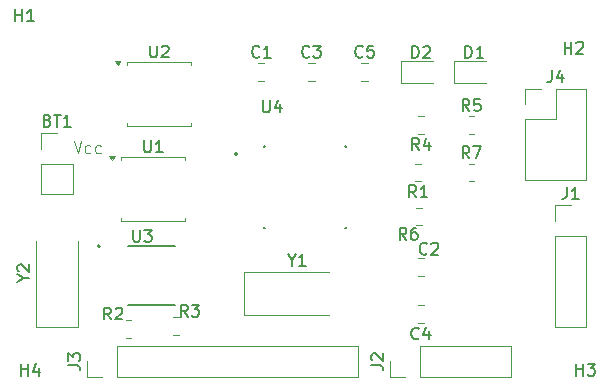
<source format=gbr>
%TF.GenerationSoftware,KiCad,Pcbnew,8.0.1*%
%TF.CreationDate,2024-05-14T10:30:11-07:00*%
%TF.ProjectId,mcu-datalogger,6d63752d-6461-4746-916c-6f676765722e,v0.1*%
%TF.SameCoordinates,Original*%
%TF.FileFunction,Legend,Top*%
%TF.FilePolarity,Positive*%
%FSLAX46Y46*%
G04 Gerber Fmt 4.6, Leading zero omitted, Abs format (unit mm)*
G04 Created by KiCad (PCBNEW 8.0.1) date 2024-05-14 10:30:11*
%MOMM*%
%LPD*%
G01*
G04 APERTURE LIST*
%ADD10C,0.100000*%
%ADD11C,0.150000*%
%ADD12C,0.120000*%
%ADD13C,0.127000*%
%ADD14C,0.200000*%
G04 APERTURE END LIST*
D10*
X62661027Y-75372419D02*
X62994360Y-76372419D01*
X62994360Y-76372419D02*
X63327693Y-75372419D01*
X64089598Y-76324800D02*
X63994360Y-76372419D01*
X63994360Y-76372419D02*
X63803884Y-76372419D01*
X63803884Y-76372419D02*
X63708646Y-76324800D01*
X63708646Y-76324800D02*
X63661027Y-76277180D01*
X63661027Y-76277180D02*
X63613408Y-76181942D01*
X63613408Y-76181942D02*
X63613408Y-75896228D01*
X63613408Y-75896228D02*
X63661027Y-75800990D01*
X63661027Y-75800990D02*
X63708646Y-75753371D01*
X63708646Y-75753371D02*
X63803884Y-75705752D01*
X63803884Y-75705752D02*
X63994360Y-75705752D01*
X63994360Y-75705752D02*
X64089598Y-75753371D01*
X64946741Y-76324800D02*
X64851503Y-76372419D01*
X64851503Y-76372419D02*
X64661027Y-76372419D01*
X64661027Y-76372419D02*
X64565789Y-76324800D01*
X64565789Y-76324800D02*
X64518170Y-76277180D01*
X64518170Y-76277180D02*
X64470551Y-76181942D01*
X64470551Y-76181942D02*
X64470551Y-75896228D01*
X64470551Y-75896228D02*
X64518170Y-75800990D01*
X64518170Y-75800990D02*
X64565789Y-75753371D01*
X64565789Y-75753371D02*
X64661027Y-75705752D01*
X64661027Y-75705752D02*
X64851503Y-75705752D01*
X64851503Y-75705752D02*
X64946741Y-75753371D01*
D11*
X57738095Y-65204819D02*
X57738095Y-64204819D01*
X57738095Y-64681009D02*
X58309523Y-64681009D01*
X58309523Y-65204819D02*
X58309523Y-64204819D01*
X59309523Y-65204819D02*
X58738095Y-65204819D01*
X59023809Y-65204819D02*
X59023809Y-64204819D01*
X59023809Y-64204819D02*
X58928571Y-64347676D01*
X58928571Y-64347676D02*
X58833333Y-64442914D01*
X58833333Y-64442914D02*
X58738095Y-64490533D01*
X96170833Y-72804819D02*
X95837500Y-72328628D01*
X95599405Y-72804819D02*
X95599405Y-71804819D01*
X95599405Y-71804819D02*
X95980357Y-71804819D01*
X95980357Y-71804819D02*
X96075595Y-71852438D01*
X96075595Y-71852438D02*
X96123214Y-71900057D01*
X96123214Y-71900057D02*
X96170833Y-71995295D01*
X96170833Y-71995295D02*
X96170833Y-72138152D01*
X96170833Y-72138152D02*
X96123214Y-72233390D01*
X96123214Y-72233390D02*
X96075595Y-72281009D01*
X96075595Y-72281009D02*
X95980357Y-72328628D01*
X95980357Y-72328628D02*
X95599405Y-72328628D01*
X97075595Y-71804819D02*
X96599405Y-71804819D01*
X96599405Y-71804819D02*
X96551786Y-72281009D01*
X96551786Y-72281009D02*
X96599405Y-72233390D01*
X96599405Y-72233390D02*
X96694643Y-72185771D01*
X96694643Y-72185771D02*
X96932738Y-72185771D01*
X96932738Y-72185771D02*
X97027976Y-72233390D01*
X97027976Y-72233390D02*
X97075595Y-72281009D01*
X97075595Y-72281009D02*
X97123214Y-72376247D01*
X97123214Y-72376247D02*
X97123214Y-72614342D01*
X97123214Y-72614342D02*
X97075595Y-72709580D01*
X97075595Y-72709580D02*
X97027976Y-72757200D01*
X97027976Y-72757200D02*
X96932738Y-72804819D01*
X96932738Y-72804819D02*
X96694643Y-72804819D01*
X96694643Y-72804819D02*
X96599405Y-72757200D01*
X96599405Y-72757200D02*
X96551786Y-72709580D01*
X92583333Y-84859580D02*
X92535714Y-84907200D01*
X92535714Y-84907200D02*
X92392857Y-84954819D01*
X92392857Y-84954819D02*
X92297619Y-84954819D01*
X92297619Y-84954819D02*
X92154762Y-84907200D01*
X92154762Y-84907200D02*
X92059524Y-84811961D01*
X92059524Y-84811961D02*
X92011905Y-84716723D01*
X92011905Y-84716723D02*
X91964286Y-84526247D01*
X91964286Y-84526247D02*
X91964286Y-84383390D01*
X91964286Y-84383390D02*
X92011905Y-84192914D01*
X92011905Y-84192914D02*
X92059524Y-84097676D01*
X92059524Y-84097676D02*
X92154762Y-84002438D01*
X92154762Y-84002438D02*
X92297619Y-83954819D01*
X92297619Y-83954819D02*
X92392857Y-83954819D01*
X92392857Y-83954819D02*
X92535714Y-84002438D01*
X92535714Y-84002438D02*
X92583333Y-84050057D01*
X92964286Y-84050057D02*
X93011905Y-84002438D01*
X93011905Y-84002438D02*
X93107143Y-83954819D01*
X93107143Y-83954819D02*
X93345238Y-83954819D01*
X93345238Y-83954819D02*
X93440476Y-84002438D01*
X93440476Y-84002438D02*
X93488095Y-84050057D01*
X93488095Y-84050057D02*
X93535714Y-84145295D01*
X93535714Y-84145295D02*
X93535714Y-84240533D01*
X93535714Y-84240533D02*
X93488095Y-84383390D01*
X93488095Y-84383390D02*
X92916667Y-84954819D01*
X92916667Y-84954819D02*
X93535714Y-84954819D01*
X104416666Y-79254819D02*
X104416666Y-79969104D01*
X104416666Y-79969104D02*
X104369047Y-80111961D01*
X104369047Y-80111961D02*
X104273809Y-80207200D01*
X104273809Y-80207200D02*
X104130952Y-80254819D01*
X104130952Y-80254819D02*
X104035714Y-80254819D01*
X105416666Y-80254819D02*
X104845238Y-80254819D01*
X105130952Y-80254819D02*
X105130952Y-79254819D01*
X105130952Y-79254819D02*
X105035714Y-79397676D01*
X105035714Y-79397676D02*
X104940476Y-79492914D01*
X104940476Y-79492914D02*
X104845238Y-79540533D01*
X60464285Y-73601009D02*
X60607142Y-73648628D01*
X60607142Y-73648628D02*
X60654761Y-73696247D01*
X60654761Y-73696247D02*
X60702380Y-73791485D01*
X60702380Y-73791485D02*
X60702380Y-73934342D01*
X60702380Y-73934342D02*
X60654761Y-74029580D01*
X60654761Y-74029580D02*
X60607142Y-74077200D01*
X60607142Y-74077200D02*
X60511904Y-74124819D01*
X60511904Y-74124819D02*
X60130952Y-74124819D01*
X60130952Y-74124819D02*
X60130952Y-73124819D01*
X60130952Y-73124819D02*
X60464285Y-73124819D01*
X60464285Y-73124819D02*
X60559523Y-73172438D01*
X60559523Y-73172438D02*
X60607142Y-73220057D01*
X60607142Y-73220057D02*
X60654761Y-73315295D01*
X60654761Y-73315295D02*
X60654761Y-73410533D01*
X60654761Y-73410533D02*
X60607142Y-73505771D01*
X60607142Y-73505771D02*
X60559523Y-73553390D01*
X60559523Y-73553390D02*
X60464285Y-73601009D01*
X60464285Y-73601009D02*
X60130952Y-73601009D01*
X60988095Y-73124819D02*
X61559523Y-73124819D01*
X61273809Y-74124819D02*
X61273809Y-73124819D01*
X62416666Y-74124819D02*
X61845238Y-74124819D01*
X62130952Y-74124819D02*
X62130952Y-73124819D01*
X62130952Y-73124819D02*
X62035714Y-73267676D01*
X62035714Y-73267676D02*
X61940476Y-73362914D01*
X61940476Y-73362914D02*
X61845238Y-73410533D01*
X90833333Y-83704819D02*
X90500000Y-83228628D01*
X90261905Y-83704819D02*
X90261905Y-82704819D01*
X90261905Y-82704819D02*
X90642857Y-82704819D01*
X90642857Y-82704819D02*
X90738095Y-82752438D01*
X90738095Y-82752438D02*
X90785714Y-82800057D01*
X90785714Y-82800057D02*
X90833333Y-82895295D01*
X90833333Y-82895295D02*
X90833333Y-83038152D01*
X90833333Y-83038152D02*
X90785714Y-83133390D01*
X90785714Y-83133390D02*
X90738095Y-83181009D01*
X90738095Y-83181009D02*
X90642857Y-83228628D01*
X90642857Y-83228628D02*
X90261905Y-83228628D01*
X91690476Y-82704819D02*
X91500000Y-82704819D01*
X91500000Y-82704819D02*
X91404762Y-82752438D01*
X91404762Y-82752438D02*
X91357143Y-82800057D01*
X91357143Y-82800057D02*
X91261905Y-82942914D01*
X91261905Y-82942914D02*
X91214286Y-83133390D01*
X91214286Y-83133390D02*
X91214286Y-83514342D01*
X91214286Y-83514342D02*
X91261905Y-83609580D01*
X91261905Y-83609580D02*
X91309524Y-83657200D01*
X91309524Y-83657200D02*
X91404762Y-83704819D01*
X91404762Y-83704819D02*
X91595238Y-83704819D01*
X91595238Y-83704819D02*
X91690476Y-83657200D01*
X91690476Y-83657200D02*
X91738095Y-83609580D01*
X91738095Y-83609580D02*
X91785714Y-83514342D01*
X91785714Y-83514342D02*
X91785714Y-83276247D01*
X91785714Y-83276247D02*
X91738095Y-83181009D01*
X91738095Y-83181009D02*
X91690476Y-83133390D01*
X91690476Y-83133390D02*
X91595238Y-83085771D01*
X91595238Y-83085771D02*
X91404762Y-83085771D01*
X91404762Y-83085771D02*
X91309524Y-83133390D01*
X91309524Y-83133390D02*
X91261905Y-83181009D01*
X91261905Y-83181009D02*
X91214286Y-83276247D01*
X62214819Y-94333333D02*
X62929104Y-94333333D01*
X62929104Y-94333333D02*
X63071961Y-94380952D01*
X63071961Y-94380952D02*
X63167200Y-94476190D01*
X63167200Y-94476190D02*
X63214819Y-94619047D01*
X63214819Y-94619047D02*
X63214819Y-94714285D01*
X62214819Y-93952380D02*
X62214819Y-93333333D01*
X62214819Y-93333333D02*
X62595771Y-93666666D01*
X62595771Y-93666666D02*
X62595771Y-93523809D01*
X62595771Y-93523809D02*
X62643390Y-93428571D01*
X62643390Y-93428571D02*
X62691009Y-93380952D01*
X62691009Y-93380952D02*
X62786247Y-93333333D01*
X62786247Y-93333333D02*
X63024342Y-93333333D01*
X63024342Y-93333333D02*
X63119580Y-93380952D01*
X63119580Y-93380952D02*
X63167200Y-93428571D01*
X63167200Y-93428571D02*
X63214819Y-93523809D01*
X63214819Y-93523809D02*
X63214819Y-93809523D01*
X63214819Y-93809523D02*
X63167200Y-93904761D01*
X63167200Y-93904761D02*
X63119580Y-93952380D01*
X91920833Y-76104819D02*
X91587500Y-75628628D01*
X91349405Y-76104819D02*
X91349405Y-75104819D01*
X91349405Y-75104819D02*
X91730357Y-75104819D01*
X91730357Y-75104819D02*
X91825595Y-75152438D01*
X91825595Y-75152438D02*
X91873214Y-75200057D01*
X91873214Y-75200057D02*
X91920833Y-75295295D01*
X91920833Y-75295295D02*
X91920833Y-75438152D01*
X91920833Y-75438152D02*
X91873214Y-75533390D01*
X91873214Y-75533390D02*
X91825595Y-75581009D01*
X91825595Y-75581009D02*
X91730357Y-75628628D01*
X91730357Y-75628628D02*
X91349405Y-75628628D01*
X92777976Y-75438152D02*
X92777976Y-76104819D01*
X92539881Y-75057200D02*
X92301786Y-75771485D01*
X92301786Y-75771485D02*
X92920833Y-75771485D01*
X95824405Y-68304819D02*
X95824405Y-67304819D01*
X95824405Y-67304819D02*
X96062500Y-67304819D01*
X96062500Y-67304819D02*
X96205357Y-67352438D01*
X96205357Y-67352438D02*
X96300595Y-67447676D01*
X96300595Y-67447676D02*
X96348214Y-67542914D01*
X96348214Y-67542914D02*
X96395833Y-67733390D01*
X96395833Y-67733390D02*
X96395833Y-67876247D01*
X96395833Y-67876247D02*
X96348214Y-68066723D01*
X96348214Y-68066723D02*
X96300595Y-68161961D01*
X96300595Y-68161961D02*
X96205357Y-68257200D01*
X96205357Y-68257200D02*
X96062500Y-68304819D01*
X96062500Y-68304819D02*
X95824405Y-68304819D01*
X97348214Y-68304819D02*
X96776786Y-68304819D01*
X97062500Y-68304819D02*
X97062500Y-67304819D01*
X97062500Y-67304819D02*
X96967262Y-67447676D01*
X96967262Y-67447676D02*
X96872024Y-67542914D01*
X96872024Y-67542914D02*
X96776786Y-67590533D01*
X96170833Y-76804819D02*
X95837500Y-76328628D01*
X95599405Y-76804819D02*
X95599405Y-75804819D01*
X95599405Y-75804819D02*
X95980357Y-75804819D01*
X95980357Y-75804819D02*
X96075595Y-75852438D01*
X96075595Y-75852438D02*
X96123214Y-75900057D01*
X96123214Y-75900057D02*
X96170833Y-75995295D01*
X96170833Y-75995295D02*
X96170833Y-76138152D01*
X96170833Y-76138152D02*
X96123214Y-76233390D01*
X96123214Y-76233390D02*
X96075595Y-76281009D01*
X96075595Y-76281009D02*
X95980357Y-76328628D01*
X95980357Y-76328628D02*
X95599405Y-76328628D01*
X96504167Y-75804819D02*
X97170833Y-75804819D01*
X97170833Y-75804819D02*
X96742262Y-76804819D01*
X91670833Y-80104819D02*
X91337500Y-79628628D01*
X91099405Y-80104819D02*
X91099405Y-79104819D01*
X91099405Y-79104819D02*
X91480357Y-79104819D01*
X91480357Y-79104819D02*
X91575595Y-79152438D01*
X91575595Y-79152438D02*
X91623214Y-79200057D01*
X91623214Y-79200057D02*
X91670833Y-79295295D01*
X91670833Y-79295295D02*
X91670833Y-79438152D01*
X91670833Y-79438152D02*
X91623214Y-79533390D01*
X91623214Y-79533390D02*
X91575595Y-79581009D01*
X91575595Y-79581009D02*
X91480357Y-79628628D01*
X91480357Y-79628628D02*
X91099405Y-79628628D01*
X92623214Y-80104819D02*
X92051786Y-80104819D01*
X92337500Y-80104819D02*
X92337500Y-79104819D01*
X92337500Y-79104819D02*
X92242262Y-79247676D01*
X92242262Y-79247676D02*
X92147024Y-79342914D01*
X92147024Y-79342914D02*
X92051786Y-79390533D01*
X87874819Y-94333333D02*
X88589104Y-94333333D01*
X88589104Y-94333333D02*
X88731961Y-94380952D01*
X88731961Y-94380952D02*
X88827200Y-94476190D01*
X88827200Y-94476190D02*
X88874819Y-94619047D01*
X88874819Y-94619047D02*
X88874819Y-94714285D01*
X87970057Y-93904761D02*
X87922438Y-93857142D01*
X87922438Y-93857142D02*
X87874819Y-93761904D01*
X87874819Y-93761904D02*
X87874819Y-93523809D01*
X87874819Y-93523809D02*
X87922438Y-93428571D01*
X87922438Y-93428571D02*
X87970057Y-93380952D01*
X87970057Y-93380952D02*
X88065295Y-93333333D01*
X88065295Y-93333333D02*
X88160533Y-93333333D01*
X88160533Y-93333333D02*
X88303390Y-93380952D01*
X88303390Y-93380952D02*
X88874819Y-93952380D01*
X88874819Y-93952380D02*
X88874819Y-93333333D01*
X58238095Y-95204819D02*
X58238095Y-94204819D01*
X58238095Y-94681009D02*
X58809523Y-94681009D01*
X58809523Y-95204819D02*
X58809523Y-94204819D01*
X59714285Y-94538152D02*
X59714285Y-95204819D01*
X59476190Y-94157200D02*
X59238095Y-94871485D01*
X59238095Y-94871485D02*
X59857142Y-94871485D01*
X103146666Y-69374819D02*
X103146666Y-70089104D01*
X103146666Y-70089104D02*
X103099047Y-70231961D01*
X103099047Y-70231961D02*
X103003809Y-70327200D01*
X103003809Y-70327200D02*
X102860952Y-70374819D01*
X102860952Y-70374819D02*
X102765714Y-70374819D01*
X104051428Y-69708152D02*
X104051428Y-70374819D01*
X103813333Y-69327200D02*
X103575238Y-70041485D01*
X103575238Y-70041485D02*
X104194285Y-70041485D01*
X78693095Y-71914819D02*
X78693095Y-72724342D01*
X78693095Y-72724342D02*
X78740714Y-72819580D01*
X78740714Y-72819580D02*
X78788333Y-72867200D01*
X78788333Y-72867200D02*
X78883571Y-72914819D01*
X78883571Y-72914819D02*
X79074047Y-72914819D01*
X79074047Y-72914819D02*
X79169285Y-72867200D01*
X79169285Y-72867200D02*
X79216904Y-72819580D01*
X79216904Y-72819580D02*
X79264523Y-72724342D01*
X79264523Y-72724342D02*
X79264523Y-71914819D01*
X80169285Y-72248152D02*
X80169285Y-72914819D01*
X79931190Y-71867200D02*
X79693095Y-72581485D01*
X79693095Y-72581485D02*
X80312142Y-72581485D01*
X105238095Y-95204819D02*
X105238095Y-94204819D01*
X105238095Y-94681009D02*
X105809523Y-94681009D01*
X105809523Y-95204819D02*
X105809523Y-94204819D01*
X106190476Y-94204819D02*
X106809523Y-94204819D01*
X106809523Y-94204819D02*
X106476190Y-94585771D01*
X106476190Y-94585771D02*
X106619047Y-94585771D01*
X106619047Y-94585771D02*
X106714285Y-94633390D01*
X106714285Y-94633390D02*
X106761904Y-94681009D01*
X106761904Y-94681009D02*
X106809523Y-94776247D01*
X106809523Y-94776247D02*
X106809523Y-95014342D01*
X106809523Y-95014342D02*
X106761904Y-95109580D01*
X106761904Y-95109580D02*
X106714285Y-95157200D01*
X106714285Y-95157200D02*
X106619047Y-95204819D01*
X106619047Y-95204819D02*
X106333333Y-95204819D01*
X106333333Y-95204819D02*
X106238095Y-95157200D01*
X106238095Y-95157200D02*
X106190476Y-95109580D01*
X104238095Y-67954819D02*
X104238095Y-66954819D01*
X104238095Y-67431009D02*
X104809523Y-67431009D01*
X104809523Y-67954819D02*
X104809523Y-66954819D01*
X105238095Y-67050057D02*
X105285714Y-67002438D01*
X105285714Y-67002438D02*
X105380952Y-66954819D01*
X105380952Y-66954819D02*
X105619047Y-66954819D01*
X105619047Y-66954819D02*
X105714285Y-67002438D01*
X105714285Y-67002438D02*
X105761904Y-67050057D01*
X105761904Y-67050057D02*
X105809523Y-67145295D01*
X105809523Y-67145295D02*
X105809523Y-67240533D01*
X105809523Y-67240533D02*
X105761904Y-67383390D01*
X105761904Y-67383390D02*
X105190476Y-67954819D01*
X105190476Y-67954819D02*
X105809523Y-67954819D01*
X81123809Y-85428628D02*
X81123809Y-85904819D01*
X80790476Y-84904819D02*
X81123809Y-85428628D01*
X81123809Y-85428628D02*
X81457142Y-84904819D01*
X82314285Y-85904819D02*
X81742857Y-85904819D01*
X82028571Y-85904819D02*
X82028571Y-84904819D01*
X82028571Y-84904819D02*
X81933333Y-85047676D01*
X81933333Y-85047676D02*
X81838095Y-85142914D01*
X81838095Y-85142914D02*
X81742857Y-85190533D01*
X65833333Y-90454819D02*
X65500000Y-89978628D01*
X65261905Y-90454819D02*
X65261905Y-89454819D01*
X65261905Y-89454819D02*
X65642857Y-89454819D01*
X65642857Y-89454819D02*
X65738095Y-89502438D01*
X65738095Y-89502438D02*
X65785714Y-89550057D01*
X65785714Y-89550057D02*
X65833333Y-89645295D01*
X65833333Y-89645295D02*
X65833333Y-89788152D01*
X65833333Y-89788152D02*
X65785714Y-89883390D01*
X65785714Y-89883390D02*
X65738095Y-89931009D01*
X65738095Y-89931009D02*
X65642857Y-89978628D01*
X65642857Y-89978628D02*
X65261905Y-89978628D01*
X66214286Y-89550057D02*
X66261905Y-89502438D01*
X66261905Y-89502438D02*
X66357143Y-89454819D01*
X66357143Y-89454819D02*
X66595238Y-89454819D01*
X66595238Y-89454819D02*
X66690476Y-89502438D01*
X66690476Y-89502438D02*
X66738095Y-89550057D01*
X66738095Y-89550057D02*
X66785714Y-89645295D01*
X66785714Y-89645295D02*
X66785714Y-89740533D01*
X66785714Y-89740533D02*
X66738095Y-89883390D01*
X66738095Y-89883390D02*
X66166667Y-90454819D01*
X66166667Y-90454819D02*
X66785714Y-90454819D01*
X69138095Y-67259819D02*
X69138095Y-68069342D01*
X69138095Y-68069342D02*
X69185714Y-68164580D01*
X69185714Y-68164580D02*
X69233333Y-68212200D01*
X69233333Y-68212200D02*
X69328571Y-68259819D01*
X69328571Y-68259819D02*
X69519047Y-68259819D01*
X69519047Y-68259819D02*
X69614285Y-68212200D01*
X69614285Y-68212200D02*
X69661904Y-68164580D01*
X69661904Y-68164580D02*
X69709523Y-68069342D01*
X69709523Y-68069342D02*
X69709523Y-67259819D01*
X70138095Y-67355057D02*
X70185714Y-67307438D01*
X70185714Y-67307438D02*
X70280952Y-67259819D01*
X70280952Y-67259819D02*
X70519047Y-67259819D01*
X70519047Y-67259819D02*
X70614285Y-67307438D01*
X70614285Y-67307438D02*
X70661904Y-67355057D01*
X70661904Y-67355057D02*
X70709523Y-67450295D01*
X70709523Y-67450295D02*
X70709523Y-67545533D01*
X70709523Y-67545533D02*
X70661904Y-67688390D01*
X70661904Y-67688390D02*
X70090476Y-68259819D01*
X70090476Y-68259819D02*
X70709523Y-68259819D01*
X68638095Y-75299819D02*
X68638095Y-76109342D01*
X68638095Y-76109342D02*
X68685714Y-76204580D01*
X68685714Y-76204580D02*
X68733333Y-76252200D01*
X68733333Y-76252200D02*
X68828571Y-76299819D01*
X68828571Y-76299819D02*
X69019047Y-76299819D01*
X69019047Y-76299819D02*
X69114285Y-76252200D01*
X69114285Y-76252200D02*
X69161904Y-76204580D01*
X69161904Y-76204580D02*
X69209523Y-76109342D01*
X69209523Y-76109342D02*
X69209523Y-75299819D01*
X70209523Y-76299819D02*
X69638095Y-76299819D01*
X69923809Y-76299819D02*
X69923809Y-75299819D01*
X69923809Y-75299819D02*
X69828571Y-75442676D01*
X69828571Y-75442676D02*
X69733333Y-75537914D01*
X69733333Y-75537914D02*
X69638095Y-75585533D01*
X91883333Y-92039580D02*
X91835714Y-92087200D01*
X91835714Y-92087200D02*
X91692857Y-92134819D01*
X91692857Y-92134819D02*
X91597619Y-92134819D01*
X91597619Y-92134819D02*
X91454762Y-92087200D01*
X91454762Y-92087200D02*
X91359524Y-91991961D01*
X91359524Y-91991961D02*
X91311905Y-91896723D01*
X91311905Y-91896723D02*
X91264286Y-91706247D01*
X91264286Y-91706247D02*
X91264286Y-91563390D01*
X91264286Y-91563390D02*
X91311905Y-91372914D01*
X91311905Y-91372914D02*
X91359524Y-91277676D01*
X91359524Y-91277676D02*
X91454762Y-91182438D01*
X91454762Y-91182438D02*
X91597619Y-91134819D01*
X91597619Y-91134819D02*
X91692857Y-91134819D01*
X91692857Y-91134819D02*
X91835714Y-91182438D01*
X91835714Y-91182438D02*
X91883333Y-91230057D01*
X92740476Y-91468152D02*
X92740476Y-92134819D01*
X92502381Y-91087200D02*
X92264286Y-91801485D01*
X92264286Y-91801485D02*
X92883333Y-91801485D01*
X78383333Y-68179580D02*
X78335714Y-68227200D01*
X78335714Y-68227200D02*
X78192857Y-68274819D01*
X78192857Y-68274819D02*
X78097619Y-68274819D01*
X78097619Y-68274819D02*
X77954762Y-68227200D01*
X77954762Y-68227200D02*
X77859524Y-68131961D01*
X77859524Y-68131961D02*
X77811905Y-68036723D01*
X77811905Y-68036723D02*
X77764286Y-67846247D01*
X77764286Y-67846247D02*
X77764286Y-67703390D01*
X77764286Y-67703390D02*
X77811905Y-67512914D01*
X77811905Y-67512914D02*
X77859524Y-67417676D01*
X77859524Y-67417676D02*
X77954762Y-67322438D01*
X77954762Y-67322438D02*
X78097619Y-67274819D01*
X78097619Y-67274819D02*
X78192857Y-67274819D01*
X78192857Y-67274819D02*
X78335714Y-67322438D01*
X78335714Y-67322438D02*
X78383333Y-67370057D01*
X79335714Y-68274819D02*
X78764286Y-68274819D01*
X79050000Y-68274819D02*
X79050000Y-67274819D01*
X79050000Y-67274819D02*
X78954762Y-67417676D01*
X78954762Y-67417676D02*
X78859524Y-67512914D01*
X78859524Y-67512914D02*
X78764286Y-67560533D01*
X87133333Y-68179580D02*
X87085714Y-68227200D01*
X87085714Y-68227200D02*
X86942857Y-68274819D01*
X86942857Y-68274819D02*
X86847619Y-68274819D01*
X86847619Y-68274819D02*
X86704762Y-68227200D01*
X86704762Y-68227200D02*
X86609524Y-68131961D01*
X86609524Y-68131961D02*
X86561905Y-68036723D01*
X86561905Y-68036723D02*
X86514286Y-67846247D01*
X86514286Y-67846247D02*
X86514286Y-67703390D01*
X86514286Y-67703390D02*
X86561905Y-67512914D01*
X86561905Y-67512914D02*
X86609524Y-67417676D01*
X86609524Y-67417676D02*
X86704762Y-67322438D01*
X86704762Y-67322438D02*
X86847619Y-67274819D01*
X86847619Y-67274819D02*
X86942857Y-67274819D01*
X86942857Y-67274819D02*
X87085714Y-67322438D01*
X87085714Y-67322438D02*
X87133333Y-67370057D01*
X88038095Y-67274819D02*
X87561905Y-67274819D01*
X87561905Y-67274819D02*
X87514286Y-67751009D01*
X87514286Y-67751009D02*
X87561905Y-67703390D01*
X87561905Y-67703390D02*
X87657143Y-67655771D01*
X87657143Y-67655771D02*
X87895238Y-67655771D01*
X87895238Y-67655771D02*
X87990476Y-67703390D01*
X87990476Y-67703390D02*
X88038095Y-67751009D01*
X88038095Y-67751009D02*
X88085714Y-67846247D01*
X88085714Y-67846247D02*
X88085714Y-68084342D01*
X88085714Y-68084342D02*
X88038095Y-68179580D01*
X88038095Y-68179580D02*
X87990476Y-68227200D01*
X87990476Y-68227200D02*
X87895238Y-68274819D01*
X87895238Y-68274819D02*
X87657143Y-68274819D01*
X87657143Y-68274819D02*
X87561905Y-68227200D01*
X87561905Y-68227200D02*
X87514286Y-68179580D01*
X67693095Y-82872819D02*
X67693095Y-83682342D01*
X67693095Y-83682342D02*
X67740714Y-83777580D01*
X67740714Y-83777580D02*
X67788333Y-83825200D01*
X67788333Y-83825200D02*
X67883571Y-83872819D01*
X67883571Y-83872819D02*
X68074047Y-83872819D01*
X68074047Y-83872819D02*
X68169285Y-83825200D01*
X68169285Y-83825200D02*
X68216904Y-83777580D01*
X68216904Y-83777580D02*
X68264523Y-83682342D01*
X68264523Y-83682342D02*
X68264523Y-82872819D01*
X68645476Y-82872819D02*
X69264523Y-82872819D01*
X69264523Y-82872819D02*
X68931190Y-83253771D01*
X68931190Y-83253771D02*
X69074047Y-83253771D01*
X69074047Y-83253771D02*
X69169285Y-83301390D01*
X69169285Y-83301390D02*
X69216904Y-83349009D01*
X69216904Y-83349009D02*
X69264523Y-83444247D01*
X69264523Y-83444247D02*
X69264523Y-83682342D01*
X69264523Y-83682342D02*
X69216904Y-83777580D01*
X69216904Y-83777580D02*
X69169285Y-83825200D01*
X69169285Y-83825200D02*
X69074047Y-83872819D01*
X69074047Y-83872819D02*
X68788333Y-83872819D01*
X68788333Y-83872819D02*
X68693095Y-83825200D01*
X68693095Y-83825200D02*
X68645476Y-83777580D01*
X91324405Y-68304819D02*
X91324405Y-67304819D01*
X91324405Y-67304819D02*
X91562500Y-67304819D01*
X91562500Y-67304819D02*
X91705357Y-67352438D01*
X91705357Y-67352438D02*
X91800595Y-67447676D01*
X91800595Y-67447676D02*
X91848214Y-67542914D01*
X91848214Y-67542914D02*
X91895833Y-67733390D01*
X91895833Y-67733390D02*
X91895833Y-67876247D01*
X91895833Y-67876247D02*
X91848214Y-68066723D01*
X91848214Y-68066723D02*
X91800595Y-68161961D01*
X91800595Y-68161961D02*
X91705357Y-68257200D01*
X91705357Y-68257200D02*
X91562500Y-68304819D01*
X91562500Y-68304819D02*
X91324405Y-68304819D01*
X92276786Y-67400057D02*
X92324405Y-67352438D01*
X92324405Y-67352438D02*
X92419643Y-67304819D01*
X92419643Y-67304819D02*
X92657738Y-67304819D01*
X92657738Y-67304819D02*
X92752976Y-67352438D01*
X92752976Y-67352438D02*
X92800595Y-67400057D01*
X92800595Y-67400057D02*
X92848214Y-67495295D01*
X92848214Y-67495295D02*
X92848214Y-67590533D01*
X92848214Y-67590533D02*
X92800595Y-67733390D01*
X92800595Y-67733390D02*
X92229167Y-68304819D01*
X92229167Y-68304819D02*
X92848214Y-68304819D01*
X72333333Y-90204819D02*
X72000000Y-89728628D01*
X71761905Y-90204819D02*
X71761905Y-89204819D01*
X71761905Y-89204819D02*
X72142857Y-89204819D01*
X72142857Y-89204819D02*
X72238095Y-89252438D01*
X72238095Y-89252438D02*
X72285714Y-89300057D01*
X72285714Y-89300057D02*
X72333333Y-89395295D01*
X72333333Y-89395295D02*
X72333333Y-89538152D01*
X72333333Y-89538152D02*
X72285714Y-89633390D01*
X72285714Y-89633390D02*
X72238095Y-89681009D01*
X72238095Y-89681009D02*
X72142857Y-89728628D01*
X72142857Y-89728628D02*
X71761905Y-89728628D01*
X72666667Y-89204819D02*
X73285714Y-89204819D01*
X73285714Y-89204819D02*
X72952381Y-89585771D01*
X72952381Y-89585771D02*
X73095238Y-89585771D01*
X73095238Y-89585771D02*
X73190476Y-89633390D01*
X73190476Y-89633390D02*
X73238095Y-89681009D01*
X73238095Y-89681009D02*
X73285714Y-89776247D01*
X73285714Y-89776247D02*
X73285714Y-90014342D01*
X73285714Y-90014342D02*
X73238095Y-90109580D01*
X73238095Y-90109580D02*
X73190476Y-90157200D01*
X73190476Y-90157200D02*
X73095238Y-90204819D01*
X73095238Y-90204819D02*
X72809524Y-90204819D01*
X72809524Y-90204819D02*
X72714286Y-90157200D01*
X72714286Y-90157200D02*
X72666667Y-90109580D01*
X58428628Y-86976190D02*
X58904819Y-86976190D01*
X57904819Y-87309523D02*
X58428628Y-86976190D01*
X58428628Y-86976190D02*
X57904819Y-86642857D01*
X58000057Y-86357142D02*
X57952438Y-86309523D01*
X57952438Y-86309523D02*
X57904819Y-86214285D01*
X57904819Y-86214285D02*
X57904819Y-85976190D01*
X57904819Y-85976190D02*
X57952438Y-85880952D01*
X57952438Y-85880952D02*
X58000057Y-85833333D01*
X58000057Y-85833333D02*
X58095295Y-85785714D01*
X58095295Y-85785714D02*
X58190533Y-85785714D01*
X58190533Y-85785714D02*
X58333390Y-85833333D01*
X58333390Y-85833333D02*
X58904819Y-86404761D01*
X58904819Y-86404761D02*
X58904819Y-85785714D01*
X82633333Y-68179580D02*
X82585714Y-68227200D01*
X82585714Y-68227200D02*
X82442857Y-68274819D01*
X82442857Y-68274819D02*
X82347619Y-68274819D01*
X82347619Y-68274819D02*
X82204762Y-68227200D01*
X82204762Y-68227200D02*
X82109524Y-68131961D01*
X82109524Y-68131961D02*
X82061905Y-68036723D01*
X82061905Y-68036723D02*
X82014286Y-67846247D01*
X82014286Y-67846247D02*
X82014286Y-67703390D01*
X82014286Y-67703390D02*
X82061905Y-67512914D01*
X82061905Y-67512914D02*
X82109524Y-67417676D01*
X82109524Y-67417676D02*
X82204762Y-67322438D01*
X82204762Y-67322438D02*
X82347619Y-67274819D01*
X82347619Y-67274819D02*
X82442857Y-67274819D01*
X82442857Y-67274819D02*
X82585714Y-67322438D01*
X82585714Y-67322438D02*
X82633333Y-67370057D01*
X82966667Y-67274819D02*
X83585714Y-67274819D01*
X83585714Y-67274819D02*
X83252381Y-67655771D01*
X83252381Y-67655771D02*
X83395238Y-67655771D01*
X83395238Y-67655771D02*
X83490476Y-67703390D01*
X83490476Y-67703390D02*
X83538095Y-67751009D01*
X83538095Y-67751009D02*
X83585714Y-67846247D01*
X83585714Y-67846247D02*
X83585714Y-68084342D01*
X83585714Y-68084342D02*
X83538095Y-68179580D01*
X83538095Y-68179580D02*
X83490476Y-68227200D01*
X83490476Y-68227200D02*
X83395238Y-68274819D01*
X83395238Y-68274819D02*
X83109524Y-68274819D01*
X83109524Y-68274819D02*
X83014286Y-68227200D01*
X83014286Y-68227200D02*
X82966667Y-68179580D01*
D12*
%TO.C,R5*%
X96110436Y-73265000D02*
X96564564Y-73265000D01*
X96110436Y-74735000D02*
X96564564Y-74735000D01*
%TO.C,C2*%
X91788748Y-85265000D02*
X92311252Y-85265000D01*
X91788748Y-86735000D02*
X92311252Y-86735000D01*
%TO.C,J1*%
X103420000Y-80800000D02*
X104750000Y-80800000D01*
X103420000Y-82130000D02*
X103420000Y-80800000D01*
X103420000Y-83400000D02*
X103420000Y-91080000D01*
X103420000Y-83400000D02*
X106080000Y-83400000D01*
X103420000Y-91080000D02*
X106080000Y-91080000D01*
X106080000Y-83400000D02*
X106080000Y-91080000D01*
%TO.C,BT1*%
X59920000Y-74670000D02*
X61250000Y-74670000D01*
X59920000Y-76000000D02*
X59920000Y-74670000D01*
X59920000Y-77270000D02*
X59920000Y-79870000D01*
X59920000Y-77270000D02*
X62580000Y-77270000D01*
X59920000Y-79870000D02*
X62580000Y-79870000D01*
X62580000Y-77270000D02*
X62580000Y-79870000D01*
%TO.C,R6*%
X92139564Y-81015000D02*
X91685436Y-81015000D01*
X92139564Y-82485000D02*
X91685436Y-82485000D01*
%TO.C,J3*%
X63760000Y-95330000D02*
X63760000Y-94000000D01*
X65090000Y-95330000D02*
X63760000Y-95330000D01*
X66360000Y-92670000D02*
X86740000Y-92670000D01*
X66360000Y-95330000D02*
X66360000Y-92670000D01*
X66360000Y-95330000D02*
X86740000Y-95330000D01*
X86740000Y-95330000D02*
X86740000Y-92670000D01*
%TO.C,R4*%
X92314564Y-73265000D02*
X91860436Y-73265000D01*
X92314564Y-74735000D02*
X91860436Y-74735000D01*
%TO.C,D1*%
X94877500Y-68540000D02*
X94877500Y-70460000D01*
X94877500Y-70460000D02*
X97562500Y-70460000D01*
X97562500Y-68540000D02*
X94877500Y-68540000D01*
%TO.C,R7*%
X96110436Y-77265000D02*
X96564564Y-77265000D01*
X96110436Y-78735000D02*
X96564564Y-78735000D01*
%TO.C,R1*%
X92064564Y-77265000D02*
X91610436Y-77265000D01*
X92064564Y-78735000D02*
X91610436Y-78735000D01*
%TO.C,J2*%
X89420000Y-95330000D02*
X89420000Y-94000000D01*
X90750000Y-95330000D02*
X89420000Y-95330000D01*
X92020000Y-92670000D02*
X99700000Y-92670000D01*
X92020000Y-95330000D02*
X92020000Y-92670000D01*
X92020000Y-95330000D02*
X99700000Y-95330000D01*
X99700000Y-95330000D02*
X99700000Y-92670000D01*
%TO.C,J4*%
X100880000Y-70920000D02*
X102210000Y-70920000D01*
X100880000Y-72250000D02*
X100880000Y-70920000D01*
X100880000Y-73520000D02*
X100880000Y-78660000D01*
X100880000Y-73520000D02*
X103480000Y-73520000D01*
X100880000Y-78660000D02*
X106080000Y-78660000D01*
X103480000Y-70920000D02*
X106080000Y-70920000D01*
X103480000Y-73520000D02*
X103480000Y-70920000D01*
X106080000Y-70920000D02*
X106080000Y-78660000D01*
D13*
%TO.C,U4*%
X78750000Y-75750000D02*
X78750000Y-75855000D01*
X78750000Y-75750000D02*
X78855000Y-75750000D01*
X78750000Y-82750000D02*
X78750000Y-82645000D01*
X78750000Y-82750000D02*
X78855000Y-82750000D01*
X85750000Y-75750000D02*
X85645000Y-75750000D01*
X85750000Y-75750000D02*
X85750000Y-75855000D01*
X85750000Y-82750000D02*
X85645000Y-82750000D01*
X85750000Y-82750000D02*
X85750000Y-82645000D01*
D14*
X76510000Y-76450000D02*
G75*
G02*
X76310000Y-76450000I-100000J0D01*
G01*
X76310000Y-76450000D02*
G75*
G02*
X76510000Y-76450000I100000J0D01*
G01*
D12*
%TO.C,Y1*%
X77050000Y-86450000D02*
X77050000Y-90050000D01*
X77050000Y-90050000D02*
X84300000Y-90050000D01*
X84300000Y-86450000D02*
X77050000Y-86450000D01*
%TO.C,R2*%
X67110436Y-90515000D02*
X67564564Y-90515000D01*
X67110436Y-91985000D02*
X67564564Y-91985000D01*
%TO.C,U2*%
X67175000Y-68640000D02*
X67175000Y-68900000D01*
X67175000Y-74090000D02*
X67175000Y-73830000D01*
X69900000Y-68640000D02*
X67175000Y-68640000D01*
X69900000Y-68640000D02*
X72625000Y-68640000D01*
X69900000Y-74090000D02*
X67175000Y-74090000D01*
X69900000Y-74090000D02*
X72625000Y-74090000D01*
X72625000Y-68640000D02*
X72625000Y-68900000D01*
X72625000Y-74090000D02*
X72625000Y-73830000D01*
X66392500Y-68900000D02*
X66152500Y-68570000D01*
X66632500Y-68570000D01*
X66392500Y-68900000D01*
G36*
X66392500Y-68900000D02*
G01*
X66152500Y-68570000D01*
X66632500Y-68570000D01*
X66392500Y-68900000D01*
G37*
%TO.C,U1*%
X66675000Y-76680000D02*
X66675000Y-76940000D01*
X66675000Y-82130000D02*
X66675000Y-81870000D01*
X69400000Y-76680000D02*
X66675000Y-76680000D01*
X69400000Y-76680000D02*
X72125000Y-76680000D01*
X69400000Y-82130000D02*
X66675000Y-82130000D01*
X69400000Y-82130000D02*
X72125000Y-82130000D01*
X72125000Y-76680000D02*
X72125000Y-76940000D01*
X72125000Y-82130000D02*
X72125000Y-81870000D01*
X65892500Y-76940000D02*
X65652500Y-76610000D01*
X66132500Y-76610000D01*
X65892500Y-76940000D01*
G36*
X65892500Y-76940000D02*
G01*
X65652500Y-76610000D01*
X66132500Y-76610000D01*
X65892500Y-76940000D01*
G37*
%TO.C,C4*%
X92311252Y-89265000D02*
X91788748Y-89265000D01*
X92311252Y-90735000D02*
X91788748Y-90735000D01*
%TO.C,C1*%
X78288748Y-68765000D02*
X78811252Y-68765000D01*
X78288748Y-70235000D02*
X78811252Y-70235000D01*
%TO.C,C5*%
X87038748Y-68765000D02*
X87561252Y-68765000D01*
X87038748Y-70235000D02*
X87561252Y-70235000D01*
D13*
%TO.C,U3*%
X67250000Y-84230000D02*
X71250000Y-84230000D01*
X67250000Y-89270000D02*
X71250000Y-89270000D01*
D14*
X64905000Y-84255000D02*
G75*
G02*
X64705000Y-84255000I-100000J0D01*
G01*
X64705000Y-84255000D02*
G75*
G02*
X64905000Y-84255000I100000J0D01*
G01*
D12*
%TO.C,D2*%
X90377500Y-68540000D02*
X90377500Y-70460000D01*
X90377500Y-70460000D02*
X93062500Y-70460000D01*
X93062500Y-68540000D02*
X90377500Y-68540000D01*
%TO.C,R3*%
X71110436Y-90265000D02*
X71564564Y-90265000D01*
X71110436Y-91735000D02*
X71564564Y-91735000D01*
%TO.C,Y2*%
X59450000Y-83800000D02*
X59450000Y-91050000D01*
X59450000Y-91050000D02*
X63050000Y-91050000D01*
X63050000Y-91050000D02*
X63050000Y-83800000D01*
%TO.C,C3*%
X82538748Y-68765000D02*
X83061252Y-68765000D01*
X82538748Y-70235000D02*
X83061252Y-70235000D01*
%TD*%
M02*

</source>
